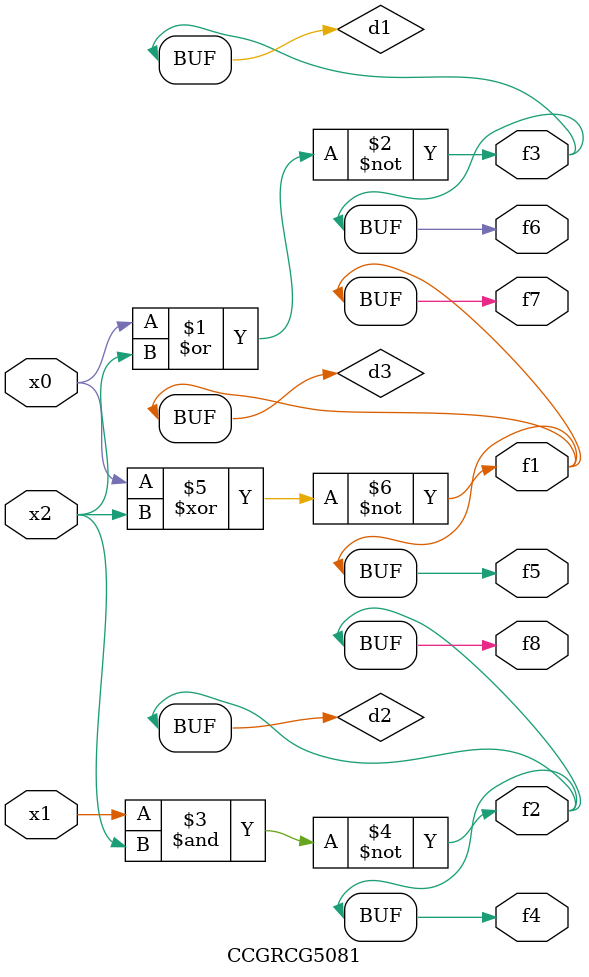
<source format=v>
module CCGRCG5081(
	input x0, x1, x2,
	output f1, f2, f3, f4, f5, f6, f7, f8
);

	wire d1, d2, d3;

	nor (d1, x0, x2);
	nand (d2, x1, x2);
	xnor (d3, x0, x2);
	assign f1 = d3;
	assign f2 = d2;
	assign f3 = d1;
	assign f4 = d2;
	assign f5 = d3;
	assign f6 = d1;
	assign f7 = d3;
	assign f8 = d2;
endmodule

</source>
